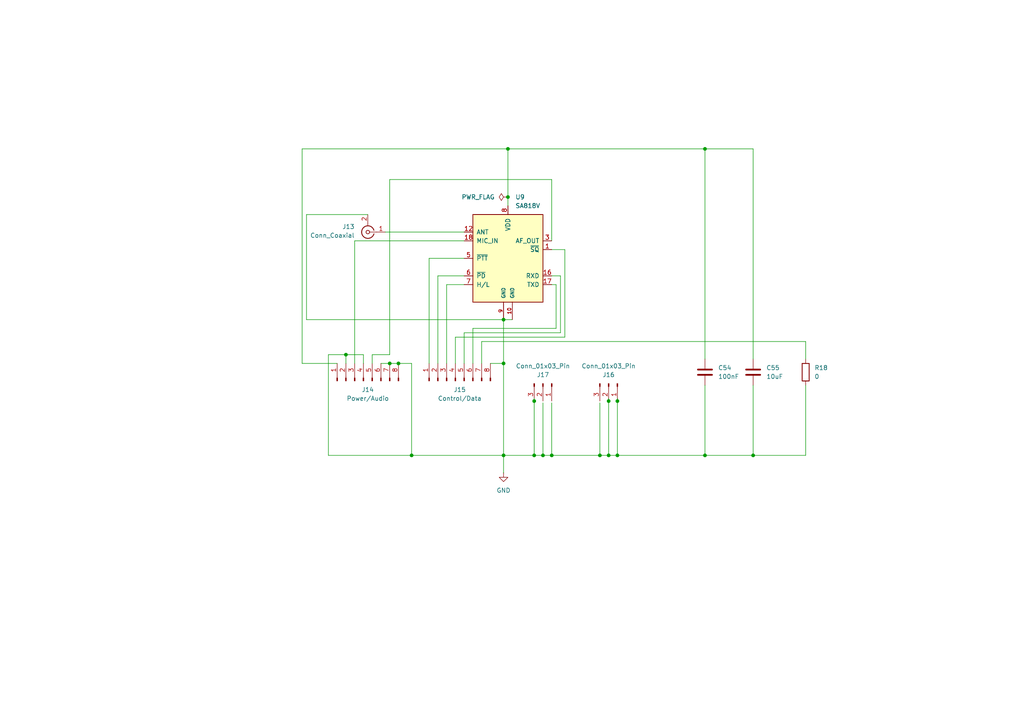
<source format=kicad_sch>
(kicad_sch (version 20250114) (generator "eeschema") (generator_version "9.0")
  (paper "A4")
  (title_block (title "VHF RF Carrier Board") (date "2026-02-15") (rev "0.1") (company "HRV DEFCON SSTV Badge"))
  (lib_symbols
    (symbol "Connector:Conn_01x03_Pin" (pin_names (offset 1.016) (hide yes))
      (property "Reference" "J" (at 0 5.08 0))
      (property "Value" "Conn_01x03_Pin" (at 0 -5.08 0))
      (symbol "Conn_01x03_Pin_1_1"
        (rectangle (start 0.8636 2.667) (end 0 2.413) (stroke (width 0.1524)) (fill (type outline)))
        (rectangle (start 0.8636 0.127) (end 0 -0.127) (stroke (width 0.1524)) (fill (type outline)))
        (rectangle (start 0.8636 -2.413) (end 0 -2.667) (stroke (width 0.1524)) (fill (type outline)))
        (polyline (pts (xy 1.27 2.54) (xy 0.8636 2.54)) (stroke (width 0.1524)))
        (polyline (pts (xy 1.27 0) (xy 0.8636 0)) (stroke (width 0.1524)))
        (polyline (pts (xy 1.27 -2.54) (xy 0.8636 -2.54)) (stroke (width 0.1524)))
        (pin passive line (at 5.08 2.54 180) (length 3.81) (name "Pin_1") (number "1"))
        (pin passive line (at 5.08 0 180) (length 3.81) (name "Pin_2") (number "2"))
        (pin passive line (at 5.08 -2.54 180) (length 3.81) (name "Pin_3") (number "3"))
      )
    )
    (symbol "Connector:Conn_01x08_Pin" (pin_names (offset 1.016) (hide yes))
      (property "Reference" "J" (at 0 10.16 0))
      (property "Value" "Conn_01x08_Pin" (at 0 -12.7 0))
      (symbol "Conn_01x08_Pin_1_1"
        (rectangle (start 0.8636 7.747) (end 0 7.493) (stroke (width 0.1524)) (fill (type outline)))
        (rectangle (start 0.8636 5.207) (end 0 4.953) (stroke (width 0.1524)) (fill (type outline)))
        (rectangle (start 0.8636 2.667) (end 0 2.413) (stroke (width 0.1524)) (fill (type outline)))
        (rectangle (start 0.8636 0.127) (end 0 -0.127) (stroke (width 0.1524)) (fill (type outline)))
        (rectangle (start 0.8636 -2.413) (end 0 -2.667) (stroke (width 0.1524)) (fill (type outline)))
        (rectangle (start 0.8636 -4.953) (end 0 -5.207) (stroke (width 0.1524)) (fill (type outline)))
        (rectangle (start 0.8636 -7.493) (end 0 -7.747) (stroke (width 0.1524)) (fill (type outline)))
        (rectangle (start 0.8636 -10.033) (end 0 -10.287) (stroke (width 0.1524)) (fill (type outline)))
        (polyline (pts (xy 1.27 7.62) (xy 0.8636 7.62)) (stroke (width 0.1524)))
        (polyline (pts (xy 1.27 5.08) (xy 0.8636 5.08)) (stroke (width 0.1524)))
        (polyline (pts (xy 1.27 2.54) (xy 0.8636 2.54)) (stroke (width 0.1524)))
        (polyline (pts (xy 1.27 0) (xy 0.8636 0)) (stroke (width 0.1524)))
        (polyline (pts (xy 1.27 -2.54) (xy 0.8636 -2.54)) (stroke (width 0.1524)))
        (polyline (pts (xy 1.27 -5.08) (xy 0.8636 -5.08)) (stroke (width 0.1524)))
        (polyline (pts (xy 1.27 -7.62) (xy 0.8636 -7.62)) (stroke (width 0.1524)))
        (polyline (pts (xy 1.27 -10.16) (xy 0.8636 -10.16)) (stroke (width 0.1524)))
        (pin passive line (at 5.08 7.62 180) (length 3.81) (name "Pin_1") (number "1"))
        (pin passive line (at 5.08 5.08 180) (length 3.81) (name "Pin_2") (number "2"))
        (pin passive line (at 5.08 2.54 180) (length 3.81) (name "Pin_3") (number "3"))
        (pin passive line (at 5.08 0 180) (length 3.81) (name "Pin_4") (number "4"))
        (pin passive line (at 5.08 -2.54 180) (length 3.81) (name "Pin_5") (number "5"))
        (pin passive line (at 5.08 -5.08 180) (length 3.81) (name "Pin_6") (number "6"))
        (pin passive line (at 5.08 -7.62 180) (length 3.81) (name "Pin_7") (number "7"))
        (pin passive line (at 5.08 -10.16 180) (length 3.81) (name "Pin_8") (number "8"))
      )
    )
    (symbol "Connector:Conn_Coaxial" (pin_names (offset 1.016) (hide yes))
      (property "Reference" "J" (at 0.254 3.048 0))
      (property "Value" "Conn_Coaxial" (at 2.921 0 90))
      (symbol "Conn_Coaxial_0_1"
        (polyline (pts (xy -2.54 0) (xy -0.508 0)))
        (arc (start 1.778 0) (mid 0.222 -1.8079) (end -1.778 -0.508) (stroke (width 0.254)))
        (arc (start -1.778 0.508) (mid 0.2221 1.8084) (end 1.778 0) (stroke (width 0.254)))
        (circle (center 0 0) (radius 0.508) (stroke (width 0.2032)))
        (polyline (pts (xy 0 -2.54) (xy 0 -1.778)))
      )
      (symbol "Conn_Coaxial_1_1"
        (pin passive line (at -5.08 0 0) (length 2.54) (name "In") (number "1"))
        (pin passive line (at 0 -5.08 90) (length 2.54) (name "Ext") (number "2"))
      )
    )
    (symbol "Device:C" (pin_numbers (hide yes)) (pin_names (offset 0.254))
      (property "Reference" "C" (at 0.635 2.54 0))
      (property "Value" "C" (at 0.635 -2.54 0))
      (symbol "C_0_1"
        (polyline (pts (xy -2.032 0.762) (xy 2.032 0.762)) (stroke (width 0.508)))
        (polyline (pts (xy -2.032 -0.762) (xy 2.032 -0.762)) (stroke (width 0.508)))
      )
      (symbol "C_1_1"
        (pin passive line (at 0 3.81 270) (length 2.794) (name "~") (number "1"))
        (pin passive line (at 0 -3.81 90) (length 2.794) (name "~") (number "2"))
      )
    )
    (symbol "Device:R" (pin_numbers (hide yes)) (pin_names (offset 0))
      (property "Reference" "R" (at 2.032 0 90))
      (property "Value" "R" (at 0 0 90))
      (symbol "R_0_1"
        (rectangle (start -1.016 -2.54) (end 1.016 2.54) (stroke (width 0.254)))
      )
      (symbol "R_1_1"
        (pin passive line (at 0 3.81 270) (length 1.27) (name "~") (number "1"))
        (pin passive line (at 0 -3.81 90) (length 1.27) (name "~") (number "2"))
      )
    )
    (symbol "VHF_UHF_Modules:SA818V" (pin_names (offset 1.016))
      (property "Reference" "U" (at -10.1661 11.9459 0))
      (property "Value" "SA818V" (at -10.414 -14.478 0))
      (symbol "SA818V_0_0"
        (rectangle (start -10.16 12.7) (end 10.16 -12.7) (stroke (width 0.254)) (fill (type background)))
      )
      (symbol "SA818V_1_0"
        (pin passive line (at -12.7 7.62 0) (length 2.54) (name "ANT") (number "12"))
        (pin input line (at -12.7 5.08 0) (length 2.54) (name "MIC_IN") (number "18"))
        (pin input line (at -12.7 0 0) (length 2.54) (name "~{PTT}") (number "5"))
        (pin input line (at -12.7 -5.08 0) (length 2.54) (name "~{PD}") (number "6"))
        (pin input line (at -12.7 -7.62 0) (length 2.54) (name "H/L") (number "7"))
        (pin power_in line (at -1.27 -17.78 90) (length 5.08) (name "GND") (number "9"))
        (pin power_in line (at 0 15.24 270) (length 2.54) (name "VDD") (number "8"))
        (pin power_in line (at 1.27 -17.78 90) (length 5.08) (name "GND") (number "10"))
        (pin output line (at 12.7 5.08 180) (length 2.54) (name "AF_OUT") (number "3"))
        (pin output line (at 12.7 2.54 180) (length 2.54) (name "~{SQ}") (number "1"))
        (pin input line (at 12.7 -5.08 180) (length 2.54) (name "RXD") (number "16"))
        (pin output line (at 12.7 -7.62 180) (length 2.54) (name "TXD") (number "17"))
      )
    )
    (symbol "power:GND" (power) (pin_numbers (hide yes)) (pin_names (offset 0) (hide yes))
      (property "Value" "GND" (at 0 -3.81 0))
      (symbol "GND_0_1"
        (polyline (pts (xy 0 0) (xy 0 -1.27) (xy 1.27 -1.27) (xy 0 -2.54) (xy -1.27 -1.27) (xy 0 -1.27)))
      )
      (symbol "GND_1_1"
        (pin power_in line (at 0 0 270) (length 0) (name "~") (number "1"))
      )
    )
    (symbol "power:PWR_FLAG" (power) (pin_numbers (hide yes)) (pin_names (offset 0) (hide yes))
      (property "Value" "PWR_FLAG" (at 0 3.81 0))
      (symbol "PWR_FLAG_0_0"
        (pin power_out line (at 0 0 90) (length 0) (name "~") (number "1"))
      )
      (symbol "PWR_FLAG_0_1"
        (polyline (pts (xy 0 0) (xy 0 1.27) (xy -1.016 1.905) (xy 0 2.54) (xy 1.016 1.905) (xy 0 1.27)))
      )
    )
  )
  (junction (at 154.94 116.332))
  (junction (at 113.03 105.41))
  (junction (at 119.38 132.08))
  (junction (at 146.05 92.71))
  (junction (at 100.33 102.87))
  (junction (at 218.44 132.08))
  (junction (at 160.02 132.08))
  (junction (at 179.07 116.332))
  (junction (at 176.53 116.332))
  (junction (at 146.05 132.08))
  (junction (at 157.48 132.08))
  (junction (at 147.32 43.18))
  (junction (at 147.32 57.15))
  (junction (at 176.53 132.08))
  (junction (at 115.57 105.41))
  (junction (at 179.07 132.08))
  (junction (at 154.94 132.08))
  (junction (at 146.05 105.41))
  (junction (at 204.47 132.08))
  (junction (at 204.47 43.18))
  (junction (at 173.99 132.08))
  (wire (pts (xy 95.25 102.87) (xy 95.25 132.08)))
  (wire (pts (xy 218.44 111.76) (xy 218.44 132.08)))
  (wire (pts (xy 176.53 116.332) (xy 176.53 132.08)))
  (wire (pts (xy 100.33 105.41) (xy 100.33 102.87)))
  (wire (pts (xy 139.7 99.06) (xy 233.68 99.06)))
  (wire (pts (xy 179.07 116.332) (xy 179.07 132.08)))
  (wire (pts (xy 179.07 132.08) (xy 204.47 132.08)))
  (wire (pts (xy 105.41 102.87) (xy 100.33 102.87)))
  (wire (pts (xy 233.68 132.08) (xy 218.44 132.08)))
  (wire (pts (xy 127 80.01) (xy 127 105.41)))
  (wire (pts (xy 218.44 43.18) (xy 218.44 104.14)))
  (wire (pts (xy 173.99 116.84) (xy 173.99 132.08)))
  (wire (pts (xy 100.33 102.87) (xy 95.25 102.87)))
  (wire (pts (xy 132.08 97.79) (xy 132.08 105.41)))
  (wire (pts (xy 147.32 57.15) (xy 147.32 59.69)))
  (wire (pts (xy 134.62 96.52) (xy 134.62 105.41)))
  (wire (pts (xy 146.05 92.71) (xy 148.59 92.71)))
  (wire (pts (xy 160.02 69.85) (xy 160.02 52.07)))
  (wire (pts (xy 154.94 116.332) (xy 154.94 132.08)))
  (wire (pts (xy 107.95 102.87) (xy 107.95 105.41)))
  (wire (pts (xy 147.32 43.18) (xy 87.63 43.18)))
  (wire (pts (xy 157.48 116.84) (xy 157.48 132.08)))
  (wire (pts (xy 147.32 43.18) (xy 204.47 43.18)))
  (wire (pts (xy 106.68 62.23) (xy 88.9 62.23)))
  (wire (pts (xy 163.83 97.79) (xy 132.08 97.79)))
  (wire (pts (xy 204.47 111.76) (xy 204.47 132.08)))
  (wire (pts (xy 233.68 99.06) (xy 233.68 104.14)))
  (wire (pts (xy 95.25 132.08) (xy 119.38 132.08)))
  (wire (pts (xy 160.02 132.08) (xy 173.99 132.08)))
  (wire (pts (xy 161.29 82.55) (xy 161.29 95.25)))
  (wire (pts (xy 161.29 95.25) (xy 137.16 95.25)))
  (wire (pts (xy 119.38 105.41) (xy 119.38 132.08)))
  (wire (pts (xy 146.05 105.41) (xy 146.05 132.08)))
  (wire (pts (xy 146.05 132.08) (xy 154.94 132.08)))
  (wire (pts (xy 129.54 82.55) (xy 129.54 105.41)))
  (wire (pts (xy 111.76 67.31) (xy 134.62 67.31)))
  (wire (pts (xy 233.68 111.76) (xy 233.68 132.08)))
  (wire (pts (xy 176.53 132.08) (xy 179.07 132.08)))
  (wire (pts (xy 162.56 96.52) (xy 134.62 96.52)))
  (wire (pts (xy 204.47 43.18) (xy 204.47 104.14)))
  (wire (pts (xy 204.47 43.18) (xy 218.44 43.18)))
  (wire (pts (xy 160.02 80.01) (xy 162.56 80.01)))
  (wire (pts (xy 105.41 105.41) (xy 105.41 102.87)))
  (wire (pts (xy 160.02 72.39) (xy 163.83 72.39)))
  (wire (pts (xy 179.07 115.57) (xy 179.07 116.332)))
  (wire (pts (xy 173.99 132.08) (xy 176.53 132.08)))
  (wire (pts (xy 134.62 74.93) (xy 124.46 74.93)))
  (wire (pts (xy 88.9 62.23) (xy 88.9 92.71)))
  (wire (pts (xy 134.62 69.85) (xy 102.87 69.85)))
  (wire (pts (xy 139.7 105.41) (xy 139.7 99.06)))
  (wire (pts (xy 102.87 69.85) (xy 102.87 105.41)))
  (wire (pts (xy 160.02 82.55) (xy 161.29 82.55)))
  (wire (pts (xy 119.38 132.08) (xy 146.05 132.08)))
  (wire (pts (xy 147.32 43.18) (xy 147.32 57.15)))
  (wire (pts (xy 134.62 80.01) (xy 127 80.01)))
  (wire (pts (xy 110.49 105.41) (xy 113.03 105.41)))
  (wire (pts (xy 142.24 105.41) (xy 146.05 105.41)))
  (wire (pts (xy 146.05 92.71) (xy 146.05 105.41)))
  (wire (pts (xy 176.53 115.57) (xy 176.53 116.332)))
  (wire (pts (xy 113.03 105.41) (xy 115.57 105.41)))
  (wire (pts (xy 154.94 115.57) (xy 154.94 116.332)))
  (wire (pts (xy 146.05 132.08) (xy 146.05 137.16)))
  (wire (pts (xy 162.56 80.01) (xy 162.56 96.52)))
  (wire (pts (xy 157.48 132.08) (xy 160.02 132.08)))
  (wire (pts (xy 160.02 116.84) (xy 160.02 132.08)))
  (wire (pts (xy 154.94 132.08) (xy 157.48 132.08)))
  (wire (pts (xy 204.47 132.08) (xy 218.44 132.08)))
  (wire (pts (xy 163.83 72.39) (xy 163.83 97.79)))
  (wire (pts (xy 160.02 52.07) (xy 113.03 52.07)))
  (wire (pts (xy 124.46 74.93) (xy 124.46 105.41)))
  (wire (pts (xy 113.03 102.87) (xy 107.95 102.87)))
  (wire (pts (xy 87.63 43.18) (xy 87.63 105.41)))
  (wire (pts (xy 113.03 52.07) (xy 113.03 102.87)))
  (wire (pts (xy 137.16 95.25) (xy 137.16 105.41)))
  (wire (pts (xy 115.57 105.41) (xy 119.38 105.41)))
  (wire (pts (xy 87.63 105.41) (xy 97.79 105.41)))
  (wire (pts (xy 134.62 82.55) (xy 129.54 82.55)))
  (wire (pts (xy 88.9 92.71) (xy 146.05 92.71)))
  (symbol (lib_id "Device:R") (at 233.68 107.95 0) (unit 1)
    (property "Reference" "R18" (at 236.22 106.6799 0) (effects (justify left)))
    (property "Value" "0" (at 236.22 109.2199 0) (effects (justify left)))
    (property "Description" "Resistor" (effects (hide yes)))
  )
  (symbol (lib_id "Connector:Conn_01x03_Pin") (at 157.48 111.252 270) (unit 1)
    (property "Reference" "J17" (at 157.48 108.712 90))
    (property "Value" "Conn_01x03_Pin" (at 157.48 106.172 90))
    (property "Description" "Generic connector, single row, 01x03, script generated" (effects (hide yes)))
  )
  (symbol (lib_id "power:PWR_FLAG") (at 147.32 57.15 90) (unit 1)
    (property "Reference" "#FLG03" (effects (hide yes)))
    (property "Value" "PWR_FLAG" (at 143.51 57.1499 90) (effects (justify left)))
    (property "Description" "Special symbol for telling ERC where power comes from" (effects (hide yes)))
  )
  (symbol (lib_id "Connector:Conn_01x08_Pin") (at 132.08 110.49 90) (unit 1)
    (property "Reference" "J15" (at 133.35 113.03 90))
    (property "Value" "Control/Data" (at 133.35 115.57 90))
    (property "Description" "Generic connector, single row, 01x08, script generated" (effects (hide yes)))
  )
  (symbol (lib_id "Device:C") (at 204.47 107.95 0) (unit 1)
    (property "Reference" "C54" (at 208.28 106.6799 0) (effects (justify left)))
    (property "Value" "100nF" (at 208.28 109.2199 0) (effects (justify left)))
    (property "Description" "Unpolarized capacitor" (effects (hide yes)))
  )
  (symbol (lib_id "Connector:Conn_01x08_Pin") (at 105.41 110.49 90) (unit 1)
    (property "Reference" "J14" (at 106.68 113.03 90))
    (property "Value" "Power/Audio" (at 106.68 115.57 90))
    (property "Description" "Generic connector, single row, 01x08, script generated" (effects (hide yes)))
  )
  (symbol (lib_id "Connector:Conn_Coaxial") (at 106.68 67.31 180) (unit 1)
    (property "Reference" "J13" (at 102.87 65.7467 0) (effects (justify left)))
    (property "Value" "Conn_Coaxial" (at 102.87 68.2867 0) (effects (justify left)))
    (property "Description" "coaxial connector (BNC, SMA, SMB, SMC, Cinch/RCA, LEMO, ...)" (effects (hide yes)))
  )
  (symbol (lib_id "power:GND") (at 146.05 137.16 0) (unit 1)
    (property "Reference" "#PWR015" (effects (hide yes)))
    (property "Value" "GND" (at 146.05 142.24 0))
    (property "Description" "Power symbol creates a global label with name \"GND\" , ground" (effects (hide yes)))
  )
  (symbol (lib_id "Device:C") (at 218.44 107.95 0) (unit 1)
    (property "Reference" "C55" (at 222.25 106.6799 0) (effects (justify left)))
    (property "Value" "10uF" (at 222.25 109.2199 0) (effects (justify left)))
    (property "Description" "Unpolarized capacitor" (effects (hide yes)))
  )
  (symbol (lib_id "VHF_UHF_Modules:SA818V") (at 147.32 74.93 0) (unit 1)
    (property "Reference" "U9" (at 149.4633 57.15 0) (effects (justify left)))
    (property "Value" "SA818V" (at 149.4633 59.69 0) (effects (justify left)))
    (property "Footprint" "VHF_UHF_Modules:VHF_UHF_Module_generic" (effects (hide yes)))
    (property "SnapEDA_Link" "https://www.snapeda.com/parts/DRA818V/DORJI/view-part/?ref=snap" (effects (hide yes)))
  )
  (symbol (lib_id "Connector:Conn_01x03_Pin") (at 176.53 111.252 270) (unit 1)
    (property "Reference" "J16" (at 176.53 108.712 90))
    (property "Value" "Conn_01x03_Pin" (at 176.53 106.172 90))
    (property "Description" "Generic connector, single row, 01x03, script generated" (effects (hide yes)))
  )
)
</source>
